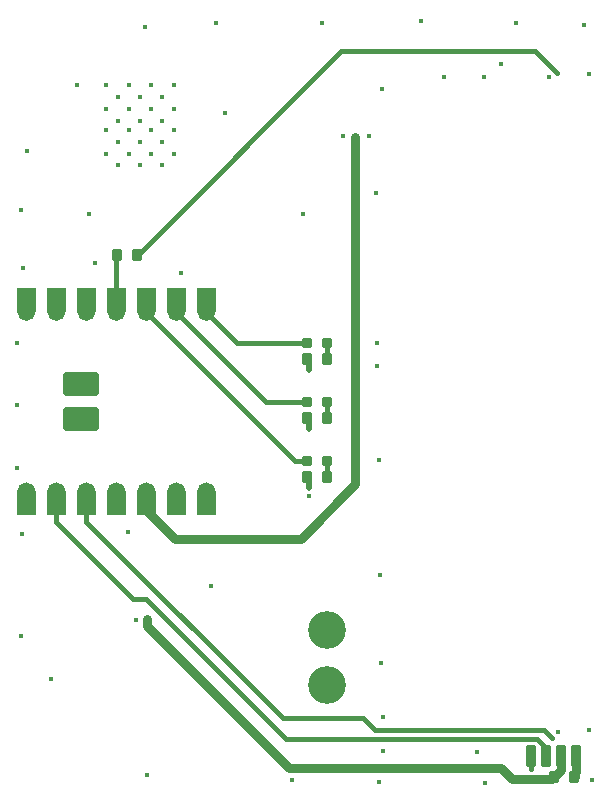
<source format=gbr>
%TF.GenerationSoftware,Altium Limited,Altium Designer,24.10.1 (45)*%
G04 Layer_Physical_Order=1*
G04 Layer_Color=255*
%FSLAX45Y45*%
%MOMM*%
%TF.SameCoordinates,5FB93C32-CF51-4A86-A7AC-1E4FFFE00694*%
%TF.FilePolarity,Positive*%
%TF.FileFunction,Copper,L1,Top,Signal*%
%TF.Part,Single*%
G01*
G75*
%TA.AperFunction,SMDPad,CuDef*%
G04:AMPARAMS|DCode=10|XSize=3mm|YSize=2mm|CornerRadius=0.2mm|HoleSize=0mm|Usage=FLASHONLY|Rotation=180.000|XOffset=0mm|YOffset=0mm|HoleType=Round|Shape=RoundedRectangle|*
%AMROUNDEDRECTD10*
21,1,3.00000,1.60000,0,0,180.0*
21,1,2.60000,2.00000,0,0,180.0*
1,1,0.40000,-1.30000,0.80000*
1,1,0.40000,1.30000,0.80000*
1,1,0.40000,1.30000,-0.80000*
1,1,0.40000,-1.30000,-0.80000*
%
%ADD10ROUNDEDRECTD10*%
G04:AMPARAMS|DCode=11|XSize=1mm|YSize=0.9mm|CornerRadius=0.1125mm|HoleSize=0mm|Usage=FLASHONLY|Rotation=90.000|XOffset=0mm|YOffset=0mm|HoleType=Round|Shape=RoundedRectangle|*
%AMROUNDEDRECTD11*
21,1,1.00000,0.67500,0,0,90.0*
21,1,0.77500,0.90000,0,0,90.0*
1,1,0.22500,0.33750,0.38750*
1,1,0.22500,0.33750,-0.38750*
1,1,0.22500,-0.33750,-0.38750*
1,1,0.22500,-0.33750,0.38750*
%
%ADD11ROUNDEDRECTD11*%
G04:AMPARAMS|DCode=12|XSize=0.8mm|YSize=1.8mm|CornerRadius=0.04mm|HoleSize=0mm|Usage=FLASHONLY|Rotation=180.000|XOffset=0mm|YOffset=0mm|HoleType=Round|Shape=RoundedRectangle|*
%AMROUNDEDRECTD12*
21,1,0.80000,1.72000,0,0,180.0*
21,1,0.72000,1.80000,0,0,180.0*
1,1,0.08000,-0.36000,0.86000*
1,1,0.08000,0.36000,0.86000*
1,1,0.08000,0.36000,-0.86000*
1,1,0.08000,-0.36000,-0.86000*
%
%ADD12ROUNDEDRECTD12*%
G04:AMPARAMS|DCode=13|XSize=0.8mm|YSize=0.8mm|CornerRadius=0.1mm|HoleSize=0mm|Usage=FLASHONLY|Rotation=0.000|XOffset=0mm|YOffset=0mm|HoleType=Round|Shape=RoundedRectangle|*
%AMROUNDEDRECTD13*
21,1,0.80000,0.60000,0,0,0.0*
21,1,0.60000,0.80000,0,0,0.0*
1,1,0.20000,0.30000,-0.30000*
1,1,0.20000,-0.30000,-0.30000*
1,1,0.20000,-0.30000,0.30000*
1,1,0.20000,0.30000,0.30000*
%
%ADD13ROUNDEDRECTD13*%
%TA.AperFunction,ConnectorPad*%
G04:AMPARAMS|DCode=14|XSize=1mm|YSize=0.9mm|CornerRadius=0.1125mm|HoleSize=0mm|Usage=FLASHONLY|Rotation=90.000|XOffset=0mm|YOffset=0mm|HoleType=Round|Shape=RoundedRectangle|*
%AMROUNDEDRECTD14*
21,1,1.00000,0.67500,0,0,90.0*
21,1,0.77500,0.90000,0,0,90.0*
1,1,0.22500,0.33750,0.38750*
1,1,0.22500,0.33750,-0.38750*
1,1,0.22500,-0.33750,-0.38750*
1,1,0.22500,-0.33750,0.38750*
%
%ADD14ROUNDEDRECTD14*%
%TA.AperFunction,Conductor*%
%ADD15C,0.80000*%
%ADD16C,0.40000*%
%ADD17C,0.50000*%
%ADD18C,0.45000*%
%TA.AperFunction,ComponentPad*%
%ADD19C,3.20000*%
%TA.AperFunction,ViaPad*%
%ADD20C,0.45000*%
G36*
G01X1741998Y2538000D02*
G01Y2338000D01*
G01X1581998D01*
G01Y2538000D01*
G02X1661998Y2618000I80000J0D01*
G02X1741998Y2538000I0J-80000D01*
D02*
G37*
G36*
G01X1487998D02*
G01Y2338000D01*
G01X1327998D01*
G01Y2538000D01*
G02X1407998Y2618000I80000J0D01*
G02X1487998Y2538000I0J-80000D01*
D02*
G37*
G36*
G01X1233998D02*
G01Y2338000D01*
G01X1073998D01*
G01Y2538000D01*
G02X1153998Y2618000I80000J0D01*
G02X1233998Y2538000I0J-80000D01*
D02*
G37*
G36*
G01X979998D02*
G01Y2338000D01*
G01X819998D01*
G01Y2538000D01*
G02X899998Y2618000I80000J0D01*
G02X979998Y2538000I0J-80000D01*
D02*
G37*
G36*
G01X725998D02*
G01Y2338000D01*
G01X565998D01*
G01Y2538000D01*
G02X645998Y2618000I80000J0D01*
G02X725998Y2538000I0J-80000D01*
D02*
G37*
G36*
G01X471998D02*
G01Y2338000D01*
G01X311998D01*
G01Y2538000D01*
G02X391998Y2618000I80000J0D01*
G02X471998Y2538000I0J-80000D01*
D02*
G37*
G36*
G01X217998D02*
G01Y2338000D01*
G01X57998D01*
G01Y2538000D01*
G02X137998Y2618000I80000J0D01*
G02X217998Y2538000I0J-80000D01*
D02*
G37*
G36*
G01X57998Y4062000D02*
G01Y4262000D01*
G01X217998D01*
G01Y4062000D01*
G02X137998Y3982000I-80000J0D01*
G02X57998Y4062000I0J80000D01*
D02*
G37*
G36*
G01X311998D02*
G01Y4262000D01*
G01X471998D01*
G01Y4062000D01*
G02X391998Y3982000I-80000J0D01*
G02X311998Y4062000I0J80000D01*
D02*
G37*
G36*
G01X565998D02*
G01Y4262000D01*
G01X725998D01*
G01Y4062000D01*
G02X645998Y3982000I-80000J0D01*
G02X565998Y4062000I0J80000D01*
D02*
G37*
G36*
G01X819998D02*
G01Y4262000D01*
G01X979998D01*
G01Y4062000D01*
G02X899998Y3982000I-80000J0D01*
G02X819998Y4062000I0J80000D01*
D02*
G37*
G36*
G01X1073998D02*
G01Y4262000D01*
G01X1233998D01*
G01Y4062000D01*
G02X1153998Y3982000I-80000J0D01*
G02X1073998Y4062000I0J80000D01*
D02*
G37*
G36*
G01X1327998D02*
G01Y4262000D01*
G01X1487998D01*
G01Y4062000D01*
G02X1407998Y3982000I-80000J0D01*
G02X1327998Y4062000I0J80000D01*
D02*
G37*
G36*
G01X1581998D02*
G01Y4262000D01*
G01X1741998D01*
G01Y4062000D01*
G02X1661998Y3982000I-80000J0D01*
G02X1581998Y4062000I0J80000D01*
D02*
G37*
D10*
X599998Y3150000D02*
D03*
Y3450000D02*
D03*
D11*
X905000Y4540000D02*
D03*
X1075000D02*
D03*
X2514999Y3659999D02*
D03*
X2684998D02*
D03*
Y2660001D02*
D03*
X2514999D02*
D03*
X2684998Y3160002D02*
D03*
X2514999D02*
D03*
D12*
X4536500Y299999D02*
D03*
X4409500D02*
D03*
X4790500D02*
D03*
X4663500D02*
D03*
D13*
X2514998Y3799999D02*
D03*
X2684998D02*
D03*
Y3300002D02*
D03*
X2514998D02*
D03*
X2684998Y2800001D02*
D03*
X2514998D02*
D03*
D14*
X4605000Y120000D02*
D03*
X4775000D02*
D03*
D15*
X2920000Y2600000D02*
Y5540000D01*
X2460000Y2140000D02*
X2920000Y2600000D01*
X1400000Y2140000D02*
X2460000D01*
X1160000Y1400000D02*
Y1460000D01*
X2360000Y200000D02*
X4153840D01*
X1160000Y1400000D02*
X2360000Y200000D01*
X1153998Y2386002D02*
X1400000Y2140000D01*
X4153840Y200000D02*
X4250000Y103840D01*
X4588841D01*
X1153998Y2386002D02*
Y2538000D01*
X4605000Y115000D02*
Y120000D01*
Y125000D01*
X4588841Y103840D02*
X4595000Y110000D01*
X4600000D01*
X4605000Y115000D01*
X4780000Y125000D02*
Y156841D01*
X4790500Y167341D02*
Y299999D01*
X4775000Y120000D02*
X4780000Y125000D01*
Y156841D02*
X4790500Y167341D01*
X4663500Y178500D02*
Y299999D01*
X4605000Y125000D02*
X4610000Y130000D01*
X4615000D02*
X4663500Y178500D01*
X4610000Y130000D02*
X4615000D01*
D16*
X1661998Y4062000D02*
X1923999Y3799999D01*
X2514998D01*
X1153998Y4062000D02*
X2415997Y2800001D01*
X2514998D01*
X2169997Y3300002D02*
X2514998D01*
X1407998Y4062000D02*
X2169997Y3300002D01*
X1040000Y1630000D02*
X1150000D01*
X2340000Y440000D01*
X391998Y2278002D02*
X1040000Y1630000D01*
X3090000Y520000D02*
X4520000D01*
X2310000Y620000D02*
X2990000D01*
X3090000Y520000D01*
X645998Y2284002D02*
X2310000Y620000D01*
X2340000Y440000D02*
X4460000D01*
X1105000Y4570000D02*
X2805000Y6270000D01*
X4440000D02*
X4630000Y6080000D01*
X2805000Y6270000D02*
X4440000D01*
X4520000Y520000D02*
X4590000Y450000D01*
X4460000Y440000D02*
X4516500Y383500D01*
Y320000D02*
X4536500Y299999D01*
X4516500Y320000D02*
Y383500D01*
X899998Y4062000D02*
Y4534998D01*
X905000Y4540000D01*
X1075000D02*
Y4545000D01*
X1100000Y4570000D01*
X1105000D01*
X391998Y2278002D02*
Y2538000D01*
X645998Y2284002D02*
Y2538000D01*
X2684998Y3659999D02*
Y3799999D01*
Y2660001D02*
Y2800001D01*
Y3160002D02*
Y3300002D01*
D17*
X2530000Y3070000D02*
Y3145000D01*
X2514999Y3160002D02*
X2530000Y3145000D01*
Y2570000D02*
Y2645000D01*
X2514999Y2660001D02*
X2530000Y2645000D01*
X2514999Y3659999D02*
X2530000Y3644998D01*
Y3570000D02*
Y3644998D01*
D18*
X4410000Y190000D02*
Y299499D01*
X4409500Y299999D02*
X4410000Y299499D01*
D19*
X2680000Y1370000D02*
D03*
Y900000D02*
D03*
D20*
X2920000Y5540000D02*
D03*
X2530000Y3070000D02*
D03*
Y2570000D02*
D03*
Y3570000D02*
D03*
X499999Y3500000D02*
D03*
Y3400000D02*
D03*
X599999Y3500000D02*
D03*
Y3400000D02*
D03*
X699999D02*
D03*
Y3500000D02*
D03*
X1160000Y1460000D02*
D03*
X699999Y3200000D02*
D03*
Y3100000D02*
D03*
X60000Y3800000D02*
D03*
X2530000Y2500000D02*
D03*
X1070000Y1450000D02*
D03*
X1820000Y5740000D02*
D03*
X670000Y4890000D02*
D03*
X2480000D02*
D03*
X3150000Y5950000D02*
D03*
X3670000Y6050000D02*
D03*
X4010000D02*
D03*
X4560000D02*
D03*
X4160000Y6160000D02*
D03*
X4900000Y6070000D02*
D03*
X4860000Y6490000D02*
D03*
X4280000Y6510000D02*
D03*
X3480000Y6520000D02*
D03*
X2640000Y6510000D02*
D03*
X1740000D02*
D03*
X1140000Y6470000D02*
D03*
X570000Y5980000D02*
D03*
X140000Y5420000D02*
D03*
X90000Y4920000D02*
D03*
X1450000Y4390000D02*
D03*
X720000Y4470000D02*
D03*
X110000Y4430000D02*
D03*
X3100000Y5070000D02*
D03*
X3120000Y2810000D02*
D03*
X3110000Y3600000D02*
D03*
X3130000Y1830000D02*
D03*
X3140000Y1090000D02*
D03*
X3110000Y3800000D02*
D03*
X3120000Y80000D02*
D03*
X4020000Y70000D02*
D03*
X3160000Y340000D02*
D03*
X3950000Y330000D02*
D03*
X4930000Y100000D02*
D03*
X4900000Y520000D02*
D03*
X3160000Y630000D02*
D03*
X2390000Y100000D02*
D03*
X1160000Y140000D02*
D03*
X350000Y950000D02*
D03*
X90000Y1320000D02*
D03*
X100000Y2180000D02*
D03*
X1000000Y2200000D02*
D03*
X60000Y2740000D02*
D03*
Y3270000D02*
D03*
X599999Y3100000D02*
D03*
Y3200000D02*
D03*
X499999Y3100000D02*
D03*
Y3200000D02*
D03*
X1700000Y1740000D02*
D03*
X3040000Y5550000D02*
D03*
X4630000Y6080000D02*
D03*
X2820000Y5550000D02*
D03*
X4640000Y500000D02*
D03*
X1010000Y5780000D02*
D03*
X1390000Y5400000D02*
D03*
Y5980000D02*
D03*
X1190000D02*
D03*
X1290000Y5300000D02*
D03*
Y5880000D02*
D03*
X1390000Y5780000D02*
D03*
X1290000Y5680000D02*
D03*
X1190000Y5780000D02*
D03*
Y5600000D02*
D03*
X1390000D02*
D03*
X1290000Y5500000D02*
D03*
X1190000Y5400000D02*
D03*
X1100000Y5500000D02*
D03*
X1010000Y5600000D02*
D03*
X1100000Y5680000D02*
D03*
Y5880000D02*
D03*
X1010000Y5980000D02*
D03*
X910000Y5880000D02*
D03*
X810000Y5780000D02*
D03*
X910000Y5680000D02*
D03*
X810000Y5600000D02*
D03*
X910000Y5500000D02*
D03*
X810000Y5400000D02*
D03*
X910000Y5300000D02*
D03*
X1010000Y5400000D02*
D03*
X810000Y5980000D02*
D03*
X1100000Y5300000D02*
D03*
X4410000Y190000D02*
D03*
X4590000Y450000D02*
D03*
X4605000Y120000D02*
D03*
X4775000D02*
D03*
X4790500Y299999D02*
D03*
X4409500D02*
D03*
%TF.MD5,2c36654ce35d62731a1cd497f4a1c07f*%
M02*

</source>
